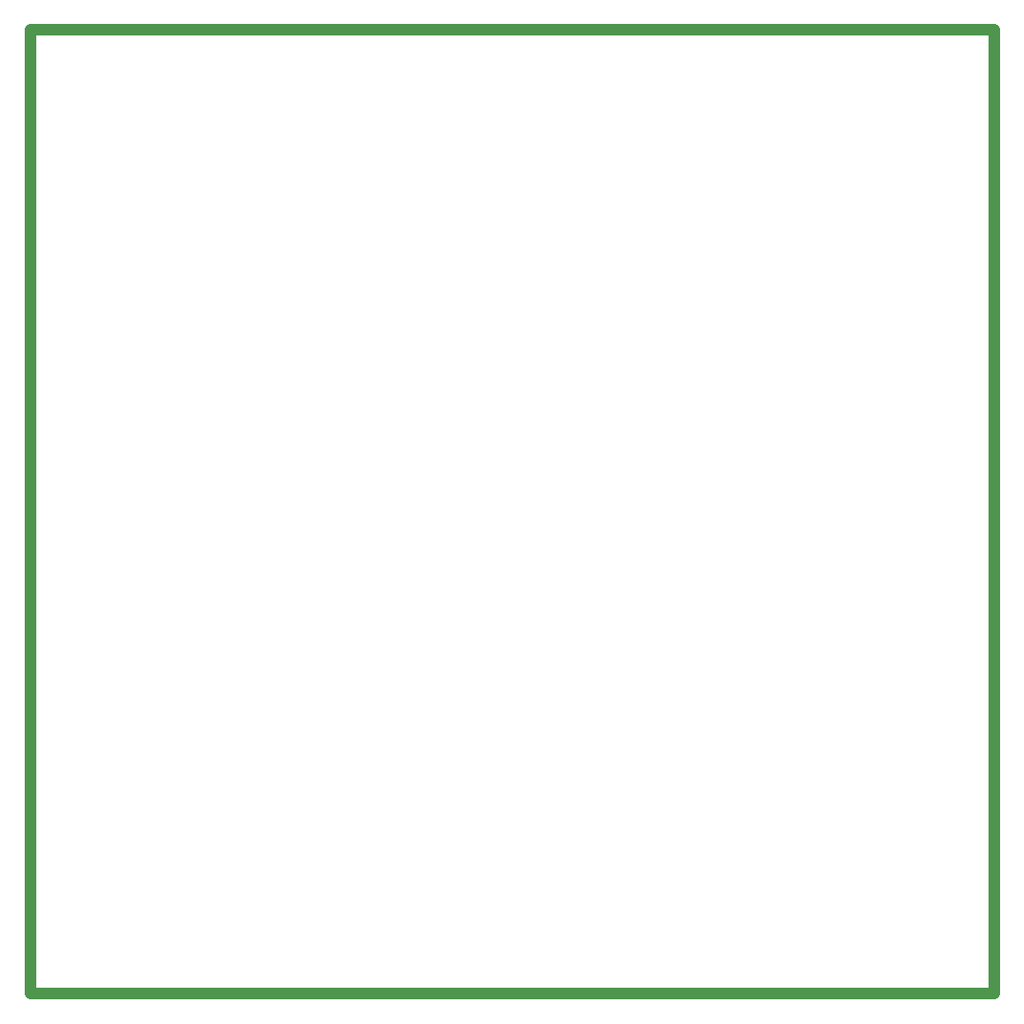
<source format=gko>
%FSLAX23Y23*%
%MOIN*%
%SFA1B1*%

%IPPOS*%
%ADD61C,0.047240*%
%LNdev_board_pcb-1*%
%LPD*%
G54D61*
X0Y0D02*
X3897D01*
Y3897*
D01*
X0D02*
X3897D01*
X0Y0D02*
Y3897D01*
M02*
</source>
